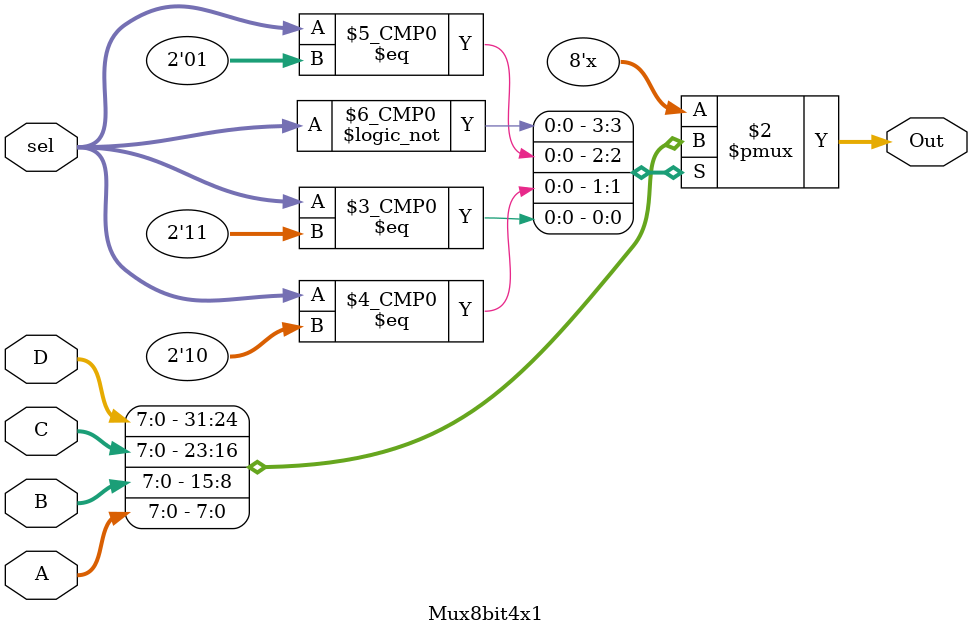
<source format=v>
`timescale 1ns / 1ps


module Mux8bit4x1(
    input [1:0] sel,
    input [7:0]A,
    input [7:0]B,
    input [7:0]C,
    input [7:0]D, 
    output reg [7:0] Out
   
    );
   
    always@(*) begin
        case(sel)
        0: Out = D;
        1: Out = C;
        2: Out = B;
        3: Out = A;
        endcase
    end
endmodule

</source>
